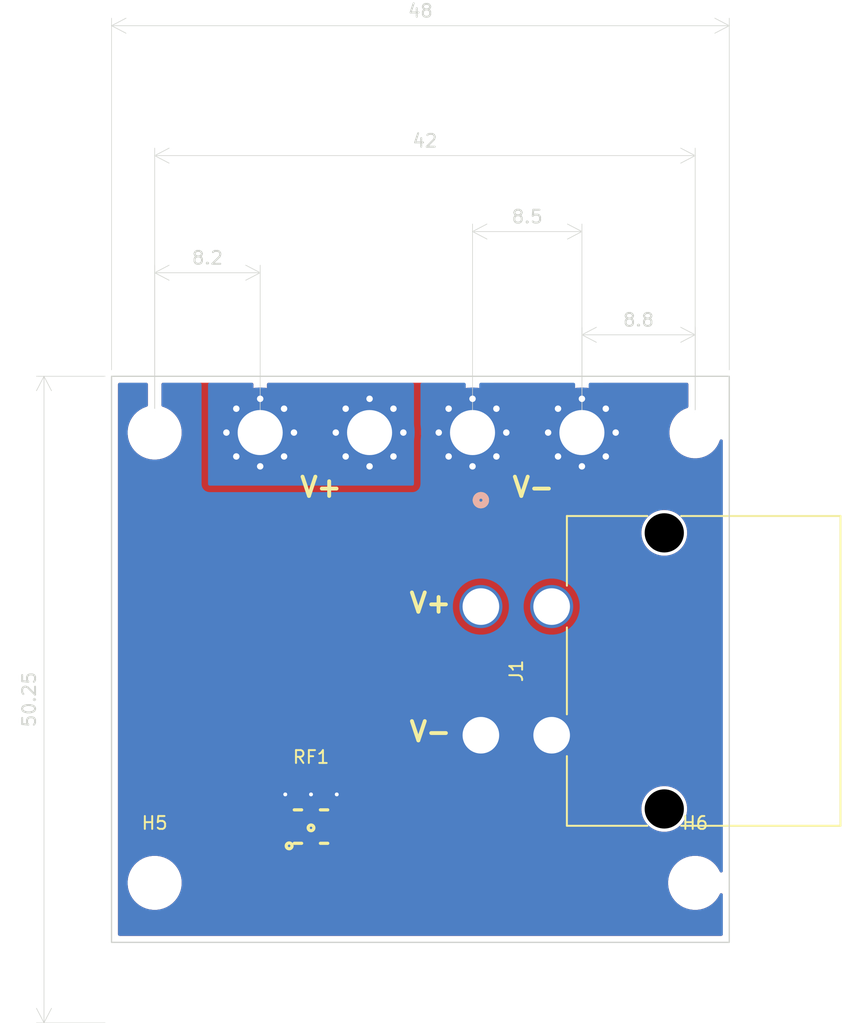
<source format=kicad_pcb>
(kicad_pcb (version 20241229) (generator "pcbnew") (generator_version "9.0")
  (layers (0 "F.Cu" signal) (2 "B.Cu" signal) (13 "F.Paste" user) (15 "B.Paste" user) (5 "F.SilkS" user "F.Silkscreen") (7 "B.SilkS" user "B.Silkscreen") (1 "F.Mask" user) (3 "B.Mask" user) (25 "Edge.Cuts" user))
  (net 0 "")
  (net 1 "+VDC")
  (net 2 "GND")
  (footprint "MountingHole:MountingHole_3.5mm_Pad_Via" (layer "F.Cu") (at 53.3 86.625)
    (property "Reference" "H3" (hide yes))
    (property "Value" "MountingHole_Pad")
    (pad "1" thru_hole circle (at -2.625 0) (size 0.8 0.8) (drill 0.5) (layers "*.Cu" "*.Mask") (net 2 "GND"))
    (pad "1" thru_hole circle (at -1.856155 -1.856155) (size 0.8 0.8) (drill 0.5) (layers "*.Cu" "*.Mask") (net 2 "GND"))
    (pad "1" thru_hole circle (at -1.856155 1.856155) (size 0.8 0.8) (drill 0.5) (layers "*.Cu" "*.Mask") (net 2 "GND"))
    (pad "1" thru_hole circle (at 0 -2.625) (size 0.8 0.8) (drill 0.5) (layers "*.Cu" "*.Mask") (net 2 "GND"))
    (pad "1" thru_hole circle (at 0 0) (size 7 7) (drill 3.5) (layers "*.Cu" "*.Mask") (net 2 "GND"))
    (pad "1" thru_hole circle (at 0 2.625) (size 0.8 0.8) (drill 0.5) (layers "*.Cu" "*.Mask") (net 2 "GND"))
    (pad "1" thru_hole circle (at 1.856155 -1.856155) (size 0.8 0.8) (drill 0.5) (layers "*.Cu" "*.Mask") (net 2 "GND"))
    (pad "1" thru_hole circle (at 1.856155 1.856155) (size 0.8 0.8) (drill 0.5) (layers "*.Cu" "*.Mask") (net 2 "GND"))
    (pad "1" thru_hole circle (at 2.625 0) (size 0.8 0.8) (drill 0.5) (layers "*.Cu" "*.Mask") (net 2 "GND"))
  )
  (footprint "easyeda2kicad:CONN_SDA-42820-0002_02_RC_MOL" (layer "F.Cu") (at 53.950001 100.15 90)
    (property "Reference" "J1" (at -5 2.75 90) (layer "F.SilkS"))
    (property "Value" "428202214")
    (fp_line (start 7.0396 6.682999) (end 1.623932 6.682999) (stroke (width 0.1524)) (layer "F.SilkS"))
    (fp_line (start -1.623932 6.682999) (end -8.376068 6.682999) (stroke (width 0.1524)) (layer "F.SilkS"))
    (fp_line (start -11.623932 6.682999) (end -17.0396 6.682999) (stroke (width 0.1524)) (layer "F.SilkS"))
    (fp_line (start -17.0396 6.682999) (end -17.0396 12.933782) (stroke (width 0.1524)) (layer "F.SilkS"))
    (fp_line (start 7.0396 12.933782) (end 7.0396 6.682999) (stroke (width 0.1524)) (layer "F.SilkS"))
    (fp_line (start -17.0396 15.566217) (end -17.0396 27.9428) (stroke (width 0.1524)) (layer "F.SilkS"))
    (fp_line (start 7.0396 27.9428) (end 7.0396 15.566217) (stroke (width 0.1524)) (layer "F.SilkS"))
    (fp_line (start -17.0396 27.9428) (end 7.0396 27.9428) (stroke (width 0.1524)) (layer "F.SilkS"))
    (fp_circle (center 8.269999 0) (end 8.650999 0) (stroke (width 0.508)) (fill no) (layer "F.SilkS"))
    (fp_circle (center 8.269999 0) (end 8.650999 0) (stroke (width 0.508)) (fill no) (layer "B.SilkS"))
    (pad "" np_thru_hole circle (at -15.729999 14.249999 90) (size 3.048 3.048) (drill 3.048) (layers))
    (pad "" np_thru_hole circle (at 5.729999 14.249999 90) (size 3.048 3.048) (drill 3.048) (layers))
    (pad "1_1" thru_hole circle (at 0 0 90) (size 3.3528 3.3528) (drill 2.8448) (layers "*.Cu" "*.Mask") (net 1 "+VDC"))
    (pad "1_2" thru_hole circle (at 0 5.499999 90) (size 3.3528 3.3528) (drill 2.8448) (layers "*.Cu" "*.Mask") (net 1 "+VDC"))
    (pad "2_1" thru_hole circle (at -10 0 90) (size 3.3528 3.3528) (drill 2.8448) (layers "*.Cu" "*.Mask") (net 2 "GND"))
    (pad "2_2" thru_hole circle (at -10 5.499999 90) (size 3.3528 3.3528) (drill 2.8448) (layers "*.Cu" "*.Mask") (net 2 "GND"))
  )
  (footprint "MountingHole:MountingHole_3.5mm_Pad_Via" (layer "F.Cu") (at 61.8 86.625)
    (property "Reference" "H4" (hide yes))
    (property "Value" "MountingHole_Pad")
    (pad "1" thru_hole circle (at -2.625 0) (size 0.8 0.8) (drill 0.5) (layers "*.Cu" "*.Mask") (net 2 "GND"))
    (pad "1" thru_hole circle (at -1.856155 -1.856155) (size 0.8 0.8) (drill 0.5) (layers "*.Cu" "*.Mask") (net 2 "GND"))
    (pad "1" thru_hole circle (at -1.856155 1.856155) (size 0.8 0.8) (drill 0.5) (layers "*.Cu" "*.Mask") (net 2 "GND"))
    (pad "1" thru_hole circle (at 0 -2.625) (size 0.8 0.8) (drill 0.5) (layers "*.Cu" "*.Mask") (net 2 "GND"))
    (pad "1" thru_hole circle (at 0 0) (size 7 7) (drill 3.5) (layers "*.Cu" "*.Mask") (net 2 "GND"))
    (pad "1" thru_hole circle (at 0 2.625) (size 0.8 0.8) (drill 0.5) (layers "*.Cu" "*.Mask") (net 2 "GND"))
    (pad "1" thru_hole circle (at 1.856155 -1.856155) (size 0.8 0.8) (drill 0.5) (layers "*.Cu" "*.Mask") (net 2 "GND"))
    (pad "1" thru_hole circle (at 1.856155 1.856155) (size 0.8 0.8) (drill 0.5) (layers "*.Cu" "*.Mask") (net 2 "GND"))
    (pad "1" thru_hole circle (at 2.625 0) (size 0.8 0.8) (drill 0.5) (layers "*.Cu" "*.Mask") (net 2 "GND"))
  )
  (footprint "easyeda2kicad:ANT-SMD_73412-0110" (layer "F.Cu") (at 40.75 117.25)
    (property "Reference" "RF1" (at 0 -5.4 0) (layer "F.SilkS"))
    (property "Value" "73412-0110")
    (fp_line (start -1.3 -1.3) (end -0.73 -1.3) (stroke (width 0.25)) (layer "F.SilkS"))
    (fp_line (start -0.73 1.3) (end -1.3 1.3) (stroke (width 0.25)) (layer "F.SilkS"))
    (fp_line (start 0.73 -1.3) (end 1.3 -1.3) (stroke (width 0.25)) (layer "F.SilkS"))
    (fp_line (start 1.3 1.3) (end 0.73 1.3) (stroke (width 0.25)) (layer "F.SilkS"))
    (fp_circle (center -1.7 1.5) (end -1.6 1.5) (stroke (width 0.25)) (fill no) (layer "F.SilkS"))
    (fp_circle (center 0 0.1) (end 0.22 0.1) (stroke (width 0.25)) (fill no) (layer "F.SilkS"))
    (pad "1" smd rect (at -1.5 0 270) (size 2.2 1.1) (layers "F.Cu" "F.Mask" "F.Paste") (net 2 "GND"))
    (pad "2" smd rect (at 0 1.4 270) (size 1.6 1) (layers "F.Cu" "F.Mask" "F.Paste") (net 1 "+VDC"))
    (pad "3" smd rect (at 1.5 0 270) (size 2.2 1.1) (layers "F.Cu" "F.Mask" "F.Paste") (net 2 "GND"))
    (pad "4" smd rect (at 0 -1.4 270) (size 1 1) (layers "F.Cu" "F.Mask" "F.Paste") (net 2 "GND"))
  )
  (footprint "MountingHole:MountingHole_3.5mm" (layer "F.Cu") (at 70.6 86.625)
    (property "Reference" "H7" (hide yes))
    (property "Value" "MountingHole")
    (pad "" np_thru_hole circle (at 0 0) (size 3.5 3.5) (drill 3.5) (layers "*.Cu" "*.Mask"))
  )
  (footprint "MountingHole:MountingHole_3.5mm_Pad_Via" (layer "F.Cu") (at 36.8 86.625)
    (property "Reference" "H1" (hide yes))
    (property "Value" "MountingHole_Pad")
    (pad "1" thru_hole circle (at -2.625 0) (size 0.8 0.8) (drill 0.5) (layers "*.Cu" "*.Mask") (net 1 "+VDC"))
    (pad "1" thru_hole circle (at -1.856155 -1.856155) (size 0.8 0.8) (drill 0.5) (layers "*.Cu" "*.Mask") (net 1 "+VDC"))
    (pad "1" thru_hole circle (at -1.856155 1.856155) (size 0.8 0.8) (drill 0.5) (layers "*.Cu" "*.Mask") (net 1 "+VDC"))
    (pad "1" thru_hole circle (at 0 -2.625) (size 0.8 0.8) (drill 0.5) (layers "*.Cu" "*.Mask") (net 1 "+VDC"))
    (pad "1" thru_hole circle (at 0 0) (size 7 7) (drill 3.5) (layers "*.Cu" "*.Mask") (net 1 "+VDC"))
    (pad "1" thru_hole circle (at 0 2.625) (size 0.8 0.8) (drill 0.5) (layers "*.Cu" "*.Mask") (net 1 "+VDC"))
    (pad "1" thru_hole circle (at 1.856155 -1.856155) (size 0.8 0.8) (drill 0.5) (layers "*.Cu" "*.Mask") (net 1 "+VDC"))
    (pad "1" thru_hole circle (at 1.856155 1.856155) (size 0.8 0.8) (drill 0.5) (layers "*.Cu" "*.Mask") (net 1 "+VDC"))
    (pad "1" thru_hole circle (at 2.625 0) (size 0.8 0.8) (drill 0.5) (layers "*.Cu" "*.Mask") (net 1 "+VDC"))
  )
  (footprint "MountingHole:MountingHole_3.5mm_Pad_Via" (layer "F.Cu") (at 45.3 86.625)
    (property "Reference" "H2" (hide yes))
    (property "Value" "MountingHole_Pad")
    (pad "1" thru_hole circle (at -2.625 0) (size 0.8 0.8) (drill 0.5) (layers "*.Cu" "*.Mask") (net 1 "+VDC"))
    (pad "1" thru_hole circle (at -1.856155 -1.856155) (size 0.8 0.8) (drill 0.5) (layers "*.Cu" "*.Mask") (net 1 "+VDC"))
    (pad "1" thru_hole circle (at -1.856155 1.856155) (size 0.8 0.8) (drill 0.5) (layers "*.Cu" "*.Mask") (net 1 "+VDC"))
    (pad "1" thru_hole circle (at 0 -2.625) (size 0.8 0.8) (drill 0.5) (layers "*.Cu" "*.Mask") (net 1 "+VDC"))
    (pad "1" thru_hole circle (at 0 0) (size 7 7) (drill 3.5) (layers "*.Cu" "*.Mask") (net 1 "+VDC"))
    (pad "1" thru_hole circle (at 0 2.625) (size 0.8 0.8) (drill 0.5) (layers "*.Cu" "*.Mask") (net 1 "+VDC"))
    (pad "1" thru_hole circle (at 1.856155 -1.856155) (size 0.8 0.8) (drill 0.5) (layers "*.Cu" "*.Mask") (net 1 "+VDC"))
    (pad "1" thru_hole circle (at 1.856155 1.856155) (size 0.8 0.8) (drill 0.5) (layers "*.Cu" "*.Mask") (net 1 "+VDC"))
    (pad "1" thru_hole circle (at 2.625 0) (size 0.8 0.8) (drill 0.5) (layers "*.Cu" "*.Mask") (net 1 "+VDC"))
  )
  (footprint "MountingHole:MountingHole_3.7mm" (layer "F.Cu") (at 28.6 121.625)
    (property "Reference" "H5" (at 0 -4.65 0) (layer "F.SilkS"))
    (property "Value" "MountingHole")
    (pad "" np_thru_hole circle (at 0 0) (size 3.7 3.7) (drill 3.7) (layers "*.Cu" "*.Mask"))
  )
  (footprint "MountingHole:MountingHole_3.7mm" (layer "F.Cu") (at 70.6 121.625)
    (property "Reference" "H6" (at 0 -4.65 0) (layer "F.SilkS"))
    (property "Value" "MountingHole")
    (pad "" np_thru_hole circle (at 0 0) (size 3.7 3.7) (drill 3.7) (layers "*.Cu" "*.Mask"))
  )
  (footprint "MountingHole:MountingHole_3.7mm" (layer "F.Cu") (at 28.6 86.625)
    (property "Reference" "H8" (hide yes))
    (property "Value" "MountingHole")
    (pad "" np_thru_hole circle (at 0 0) (size 3.7 3.7) (drill 3.7) (layers "*.Cu" "*.Mask"))
  )
  (gr_rect (start 25.25 82.25) (end 73.25 126.25) (stroke (width 0.1)) (fill no) (layer "Edge.Cuts"))
  (gr_text "V+" (at 48.25 100.75 0) (layer "F.SilkS") (effects (font (size 1.5 1.5) (thickness 0.3) (bold yes)) (justify left bottom)))
  (gr_text "V-" (at 48.25 110.75 0) (layer "F.SilkS") (effects (font (size 1.5 1.5) (thickness 0.3) (bold yes)) (justify left bottom)))
  (gr_text "V-" (at 56.25 91.75 0) (layer "F.SilkS") (effects (font (size 1.5 1.5) (thickness 0.3) (bold yes)) (justify left bottom)))
  (gr_text "V+" (at 39.75 91.75 0) (layer "F.SilkS") (effects (font (size 1.5 1.5) (thickness 0.3) (bold yes)) (justify left bottom)))
  (dimension (type orthogonal) (layer "Edge.Cuts") (pts (xy 53.3 86.625) (xy 61.8 86.625)) (height -15.625) (orientation 0) (format (prefix "") (suffix "") (units 3) (units_format 0) (precision 4) (suppress_zeroes yes)) (style (thickness 0.05) (arrow_length 1.27) (text_position_mode 0) (arrow_direction outward) (extension_height 0.58642) (extension_offset 0.5) (keep_text_aligned yes)) (gr_text "8.5" (at 57.55 69.85 0) (layer "Edge.Cuts") (effects (font (size 1 1) (thickness 0.15)))))
  (dimension (type orthogonal) (layer "Edge.Cuts") (pts (xy 70.6 86.625) (xy 28.6 86.625)) (height -21.525) (orientation 0) (format (prefix "") (suffix "") (units 3) (units_format 0) (precision 4) (suppress_zeroes yes)) (style (thickness 0.05) (arrow_length 1.27) (text_position_mode 0) (arrow_direction outward) (extension_height 0.58642) (extension_offset 0.5) (keep_text_aligned yes)) (gr_text "42" (at 49.6 63.95 0) (layer "Edge.Cuts") (effects (font (size 1 1) (thickness 0.15)))))
  (dimension (type orthogonal) (layer "Edge.Cuts") (pts (xy 25.25 82.25) (xy 25.25 132.5)) (height -5.25) (orientation 1) (format (prefix "") (suffix "") (units 3) (units_format 0) (precision 4) (suppress_zeroes yes)) (style (thickness 0.05) (arrow_length 1.27) (text_position_mode 0) (arrow_direction outward) (extension_height 0.58642) (extension_offset 0.5) (keep_text_aligned yes)) (gr_text "50.25" (at 18.85 107.375 90) (layer "Edge.Cuts") (effects (font (size 1 1) (thickness 0.15)))))
  (dimension (type orthogonal) (layer "Edge.Cuts") (pts (xy 25.25 82.25) (xy 73.25 82.25)) (height -27.25) (orientation 0) (format (prefix "") (suffix "") (units 3) (units_format 0) (precision 4) (suppress_zeroes yes)) (style (thickness 0.05) (arrow_length 1.27) (text_position_mode 0) (arrow_direction outward) (extension_height 0.58642) (extension_offset 0.5) (keep_text_aligned yes)) (gr_text "48" (at 49.25 53.85 0) (layer "Edge.Cuts") (effects (font (size 1 1) (thickness 0.15)))))
  (dimension (type orthogonal) (layer "Edge.Cuts") (pts (xy 70.6 86.625) (xy 61.8 86.625)) (height -7.6) (orientation 0) (format (prefix "") (suffix "") (units 3) (units_format 0) (precision 4) (suppress_zeroes yes)) (style (thickness 0.05) (arrow_length 1.27) (text_position_mode 0) (arrow_direction outward) (extension_height 0.58642) (extension_offset 0.5) (keep_text_aligned yes)) (gr_text "8.8" (at 66.2 77.875 0) (layer "Edge.Cuts") (effects (font (size 1 1) (thickness 0.15)))))
  (dimension (type orthogonal) (layer "Edge.Cuts") (pts (xy 36.8 86.625) (xy 28.6 86.625)) (height -12.425) (orientation 0) (format (prefix "") (suffix "") (units 3) (units_format 0) (precision 4) (suppress_zeroes yes)) (style (thickness 0.05) (arrow_length 1.27) (text_position_mode 0) (arrow_direction outward) (extension_height 0.58642) (extension_offset 0.5) (keep_text_aligned yes)) (gr_text "8.2" (at 32.7 73.05 0) (layer "Edge.Cuts") (effects (font (size 1 1) (thickness 0.15)))))
  (via (at 40.75 114.75) (size 0.6) (drill 0.3) (layers "F.Cu" "B.Cu") (net 2))
  (via (at 38.75 114.75) (size 0.6) (drill 0.3) (layers "F.Cu" "B.Cu") (net 2))
  (via (at 42.75 114.75) (size 0.6) (drill 0.3) (layers "F.Cu" "B.Cu") (net 2))
  (zone (net 2) (net_name "GND") (layer "F.Cu") (priority 2) (connect_pads yes (clearance 0.5)) (min_thickness 0.25) (fill yes (thermal_gap 0.5) (thermal_bridge_width 0.5))
    (polygon (pts (xy 36.25 106.25) (xy 45.25 106.25) (xy 45.25 117.25) (xy 36.25 117.25)))
  )
  (zone (net 1) (net_name "+VDC") (layer "F.Cu") (connect_pads yes (clearance 0.5)) (min_thickness 0.25) (fill yes (thermal_gap 0.5) (thermal_bridge_width 0.5))
    (polygon (pts (xy 25.25 82.25) (xy 73.25 82.25) (xy 73.25 126.25) (xy 25.25 126.25)))
  )
  (zone (net 2) (net_name "GND") (layer "B.Cu") (connect_pads yes (clearance 0.5)) (min_thickness 0.25) (fill yes (thermal_gap 0.5) (thermal_bridge_width 0.5))
    (polygon (pts (xy 25.25 82.25) (xy 73.25 82.25) (xy 73.25 126.25) (xy 25.25 126.25)))
  )
  (zone (net 1) (net_name "+VDC") (layer "B.Cu") (priority 1) (connect_pads yes (clearance 0.5)) (min_thickness 0.25) (fill yes (thermal_gap 0.5) (thermal_bridge_width 0.5))
    (polygon (pts (xy 32.75 90.75) (xy 32.75 82.75) (xy 48.75 82.75) (xy 48.75 90.75)))
  )
)
</source>
